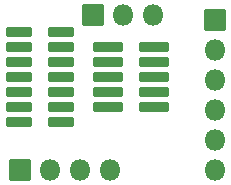
<source format=gbr>
%TF.GenerationSoftware,KiCad,Pcbnew,6.0.0*%
%TF.CreationDate,2022-01-23T14:48:09+02:00*%
%TF.ProjectId,hs-probe-adapter,68732d70-726f-4626-952d-616461707465,rev?*%
%TF.SameCoordinates,Original*%
%TF.FileFunction,Soldermask,Bot*%
%TF.FilePolarity,Negative*%
%FSLAX46Y46*%
G04 Gerber Fmt 4.6, Leading zero omitted, Abs format (unit mm)*
G04 Created by KiCad (PCBNEW 6.0.0) date 2022-01-23 14:48:09*
%MOMM*%
%LPD*%
G01*
G04 APERTURE LIST*
G04 Aperture macros list*
%AMRoundRect*
0 Rectangle with rounded corners*
0 $1 Rounding radius*
0 $2 $3 $4 $5 $6 $7 $8 $9 X,Y pos of 4 corners*
0 Add a 4 corners polygon primitive as box body*
4,1,4,$2,$3,$4,$5,$6,$7,$8,$9,$2,$3,0*
0 Add four circle primitives for the rounded corners*
1,1,$1+$1,$2,$3*
1,1,$1+$1,$4,$5*
1,1,$1+$1,$6,$7*
1,1,$1+$1,$8,$9*
0 Add four rect primitives between the rounded corners*
20,1,$1+$1,$2,$3,$4,$5,0*
20,1,$1+$1,$4,$5,$6,$7,0*
20,1,$1+$1,$6,$7,$8,$9,0*
20,1,$1+$1,$8,$9,$2,$3,0*%
G04 Aperture macros list end*
%ADD10RoundRect,0.050000X0.850000X-0.850000X0.850000X0.850000X-0.850000X0.850000X-0.850000X-0.850000X0*%
%ADD11O,1.800000X1.800000*%
%ADD12RoundRect,0.050000X-0.850000X-0.850000X0.850000X-0.850000X0.850000X0.850000X-0.850000X0.850000X0*%
%ADD13RoundRect,0.050000X-1.050000X-0.375000X1.050000X-0.375000X1.050000X0.375000X-1.050000X0.375000X0*%
%ADD14RoundRect,0.050000X-1.200000X-0.370000X1.200000X-0.370000X1.200000X0.370000X-1.200000X0.370000X0*%
G04 APERTURE END LIST*
D10*
%TO.C,J3*%
X45000012Y-42250004D03*
D11*
X47540012Y-42250004D03*
X50080012Y-42250004D03*
%TD*%
D10*
%TO.C,J5*%
X38862000Y-55372000D03*
D11*
X41402000Y-55372000D03*
X43942000Y-55372000D03*
X46482000Y-55372000D03*
%TD*%
D12*
%TO.C,J4*%
X55350000Y-42650000D03*
D11*
X55350000Y-45190000D03*
X55350000Y-47730000D03*
X55350000Y-50270000D03*
X55350000Y-52810000D03*
X55350000Y-55350000D03*
%TD*%
D13*
%TO.C,J1*%
X42300000Y-51310000D03*
X38700000Y-51310000D03*
X42300000Y-50040000D03*
X38700000Y-50040000D03*
X42300000Y-48770000D03*
X38700000Y-48770000D03*
X42300000Y-47500000D03*
X38700000Y-47500000D03*
X42300000Y-46230000D03*
X38700000Y-46230000D03*
X42300000Y-44960000D03*
X38700000Y-44960000D03*
X42300000Y-43690000D03*
X38700000Y-43690000D03*
%TD*%
D14*
%TO.C,J2*%
X46310000Y-50040000D03*
X50210000Y-50040000D03*
X46310000Y-48770000D03*
X50210000Y-48770000D03*
X46310000Y-47500000D03*
X50210000Y-47500000D03*
X46310000Y-46230000D03*
X50210000Y-46230000D03*
X46310000Y-44960000D03*
X50210000Y-44960000D03*
%TD*%
M02*

</source>
